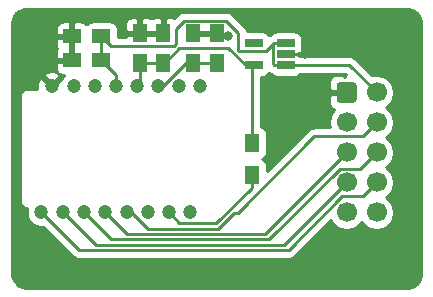
<source format=gbr>
G04 #@! TF.GenerationSoftware,KiCad,Pcbnew,(5.1.6-0-10_14)*
G04 #@! TF.CreationDate,2020-06-02T19:40:10-04:00*
G04 #@! TF.ProjectId,PMW3360_Adapter,504d5733-3336-4305-9f41-646170746572,rev?*
G04 #@! TF.SameCoordinates,Original*
G04 #@! TF.FileFunction,Copper,L1,Top*
G04 #@! TF.FilePolarity,Positive*
%FSLAX46Y46*%
G04 Gerber Fmt 4.6, Leading zero omitted, Abs format (unit mm)*
G04 Created by KiCad (PCBNEW (5.1.6-0-10_14)) date 2020-06-02 19:40:10*
%MOMM*%
%LPD*%
G01*
G04 APERTURE LIST*
G04 #@! TA.AperFunction,ComponentPad*
%ADD10C,1.700000*%
G04 #@! TD*
G04 #@! TA.AperFunction,SMDPad,CuDef*
%ADD11R,1.560000X0.650000*%
G04 #@! TD*
G04 #@! TA.AperFunction,ComponentPad*
%ADD12C,1.200000*%
G04 #@! TD*
G04 #@! TA.AperFunction,SMDPad,CuDef*
%ADD13R,1.300000X1.500000*%
G04 #@! TD*
G04 #@! TA.AperFunction,SMDPad,CuDef*
%ADD14R,1.250000X1.500000*%
G04 #@! TD*
G04 #@! TA.AperFunction,SMDPad,CuDef*
%ADD15R,1.500000X1.250000*%
G04 #@! TD*
G04 #@! TA.AperFunction,ViaPad*
%ADD16C,0.800000*%
G04 #@! TD*
G04 #@! TA.AperFunction,Conductor*
%ADD17C,0.250000*%
G04 #@! TD*
G04 #@! TA.AperFunction,Conductor*
%ADD18C,0.254000*%
G04 #@! TD*
G04 APERTURE END LIST*
D10*
X111040000Y-50910000D03*
X111040000Y-48370000D03*
X111040000Y-45830000D03*
X111040000Y-43290000D03*
X111040000Y-40750000D03*
X108500000Y-50910000D03*
X108500000Y-48370000D03*
X108500000Y-45830000D03*
X108500000Y-43290000D03*
G04 #@! TA.AperFunction,ComponentPad*
G36*
G01*
X107650000Y-41350000D02*
X107650000Y-40150000D01*
G75*
G02*
X107900000Y-39900000I250000J0D01*
G01*
X109100000Y-39900000D01*
G75*
G02*
X109350000Y-40150000I0J-250000D01*
G01*
X109350000Y-41350000D01*
G75*
G02*
X109100000Y-41600000I-250000J0D01*
G01*
X107900000Y-41600000D01*
G75*
G02*
X107650000Y-41350000I0J250000D01*
G01*
G37*
G04 #@! TD.AperFunction*
D11*
X103350000Y-38450000D03*
X103350000Y-37500000D03*
X103350000Y-36550000D03*
X100650000Y-36550000D03*
X100650000Y-38450000D03*
D12*
X93430000Y-50900000D03*
X89870000Y-50900000D03*
X88090000Y-50900000D03*
X84530000Y-50900000D03*
X86310000Y-50900000D03*
X82650000Y-50900000D03*
X95210000Y-50900000D03*
X91650000Y-50900000D03*
X96100000Y-40200000D03*
X94320000Y-40200000D03*
X92540000Y-40200000D03*
X90760000Y-40200000D03*
X88980000Y-40200000D03*
X87200000Y-40200000D03*
X85420000Y-40200000D03*
X83540000Y-40200000D03*
D13*
X100500000Y-45050000D03*
X100500000Y-47750000D03*
D14*
X95540000Y-38250000D03*
X95540000Y-35750000D03*
X97500000Y-38250000D03*
X97500000Y-35750000D03*
X93000000Y-38250000D03*
X93000000Y-35750000D03*
X91000000Y-38250000D03*
X91000000Y-35750000D03*
D15*
X87750000Y-38000000D03*
X85250000Y-38000000D03*
X87750000Y-36000000D03*
X85250000Y-36000000D03*
D16*
X98500000Y-36000000D03*
X105000000Y-37500000D03*
D17*
X88980000Y-39230000D02*
X87750000Y-38000000D01*
X88980000Y-40200000D02*
X88980000Y-39230000D01*
X87750000Y-38000000D02*
X87750000Y-36000000D01*
X102320000Y-38450000D02*
X103350000Y-38450000D01*
X102244999Y-38374999D02*
X102320000Y-38450000D01*
X102320000Y-36550000D02*
X102244999Y-36625001D01*
X102244999Y-36625001D02*
X102244999Y-38374999D01*
X103350000Y-36550000D02*
X102320000Y-36550000D01*
X108740000Y-38450000D02*
X111040000Y-40750000D01*
X103350000Y-38450000D02*
X108740000Y-38450000D01*
X88575001Y-36825001D02*
X93885002Y-36825001D01*
X94049989Y-36660013D02*
X94049989Y-35380009D01*
X93885002Y-36825001D02*
X94049989Y-36660013D01*
X101669999Y-37200001D02*
X102320000Y-36550000D01*
X99336412Y-35726410D02*
X99336412Y-37200001D01*
X87750000Y-36000000D02*
X88575001Y-36825001D01*
X99336412Y-37200001D02*
X101669999Y-37200001D01*
X94754999Y-34674999D02*
X98285001Y-34674999D01*
X98285001Y-34674999D02*
X99336412Y-35726410D01*
X94049989Y-35380009D02*
X94754999Y-34674999D01*
X98350000Y-35850000D02*
X98500000Y-36000000D01*
X97500000Y-35850000D02*
X98350000Y-35850000D01*
X103350000Y-37500000D02*
X105000000Y-37500000D01*
X93000000Y-38250000D02*
X91000000Y-38250000D01*
X91000000Y-39960000D02*
X90760000Y-40200000D01*
X91000000Y-38250000D02*
X91000000Y-39960000D01*
X100500000Y-38600000D02*
X100650000Y-38450000D01*
X100500000Y-45050000D02*
X100500000Y-38600000D01*
X100650000Y-38450000D02*
X99950000Y-38450000D01*
X99950000Y-38450000D02*
X98500000Y-37000000D01*
X93096413Y-38250000D02*
X93000000Y-38250000D01*
X94346413Y-37000000D02*
X93096413Y-38250000D01*
X94346413Y-37000000D02*
X98500000Y-37000000D01*
X94860002Y-38250000D02*
X95540000Y-38250000D01*
X92540000Y-40200000D02*
X93010002Y-40200000D01*
X95540000Y-38250000D02*
X97500000Y-38250000D01*
X94900998Y-38250000D02*
X95540000Y-38250000D01*
X92950998Y-40200000D02*
X94900998Y-38250000D01*
X92540000Y-40200000D02*
X92950998Y-40200000D01*
X97656388Y-52275010D02*
X98965699Y-50965699D01*
X91656010Y-52275011D02*
X97656388Y-52275010D01*
X90280998Y-50900000D02*
X91656010Y-52275011D01*
X89870000Y-50900000D02*
X90280998Y-50900000D01*
X105770001Y-44465001D02*
X109864999Y-44465001D01*
X109864999Y-44465001D02*
X111040000Y-43290000D01*
X99269303Y-50965699D02*
X105770001Y-44465001D01*
X98965699Y-50965699D02*
X99269303Y-50965699D01*
X109675001Y-47194999D02*
X111040000Y-45830000D01*
X107935999Y-47194999D02*
X109675001Y-47194999D01*
X101955968Y-53175030D02*
X107935999Y-47194999D01*
X88585031Y-53175030D02*
X101955968Y-53175030D01*
X86310000Y-50900000D02*
X88585031Y-53175030D01*
X101604980Y-52725020D02*
X89915020Y-52725020D01*
X89915020Y-52725020D02*
X88090000Y-50900000D01*
X108500000Y-45830000D02*
X101604980Y-52725020D01*
X87255039Y-53625039D02*
X84530000Y-50900000D01*
X103244961Y-53625039D02*
X87255039Y-53625039D01*
X108500000Y-48370000D02*
X103244961Y-53625039D01*
X109864999Y-49545001D02*
X111040000Y-48370000D01*
X103595949Y-54075049D02*
X108125997Y-49545001D01*
X85825049Y-54075049D02*
X103595949Y-54075049D01*
X108125997Y-49545001D02*
X109864999Y-49545001D01*
X82650000Y-50900000D02*
X85825049Y-54075049D01*
X97469987Y-51825001D02*
X100500000Y-48794988D01*
X100500000Y-48794988D02*
X100500000Y-47750000D01*
X94355001Y-51825001D02*
X97469987Y-51825001D01*
X93430000Y-50900000D02*
X94355001Y-51825001D01*
D18*
G36*
X113759659Y-33688625D02*
G01*
X114009429Y-33764035D01*
X114239792Y-33886522D01*
X114441980Y-34051422D01*
X114608286Y-34252450D01*
X114732378Y-34481954D01*
X114809531Y-34731195D01*
X114840000Y-35021089D01*
X114840001Y-55967711D01*
X114811375Y-56259660D01*
X114735965Y-56509429D01*
X114613477Y-56739794D01*
X114448579Y-56941979D01*
X114247546Y-57108288D01*
X114018046Y-57232378D01*
X113768805Y-57309531D01*
X113478911Y-57340000D01*
X81532279Y-57340000D01*
X81240340Y-57311375D01*
X80990571Y-57235965D01*
X80760206Y-57113477D01*
X80558021Y-56948579D01*
X80391712Y-56747546D01*
X80267622Y-56518046D01*
X80190469Y-56268805D01*
X80160000Y-55978911D01*
X80160000Y-41100000D01*
X80836807Y-41100000D01*
X80840001Y-41132429D01*
X80840000Y-49867581D01*
X80836807Y-49900000D01*
X80849550Y-50029383D01*
X80887290Y-50153793D01*
X80948575Y-50268450D01*
X80999683Y-50330725D01*
X81031052Y-50368948D01*
X81131550Y-50451425D01*
X81246207Y-50512710D01*
X81370617Y-50550450D01*
X81458611Y-50559117D01*
X81415000Y-50778363D01*
X81415000Y-51021637D01*
X81462460Y-51260236D01*
X81555557Y-51484992D01*
X81690713Y-51687267D01*
X81862733Y-51859287D01*
X82065008Y-51994443D01*
X82289764Y-52087540D01*
X82528363Y-52135000D01*
X82771637Y-52135000D01*
X82803801Y-52128602D01*
X85261250Y-54586052D01*
X85285048Y-54615050D01*
X85400773Y-54710023D01*
X85532802Y-54780595D01*
X85676063Y-54824052D01*
X85787716Y-54835049D01*
X85787725Y-54835049D01*
X85825048Y-54838725D01*
X85862371Y-54835049D01*
X103558627Y-54835049D01*
X103595949Y-54838725D01*
X103633271Y-54835049D01*
X103633282Y-54835049D01*
X103744935Y-54824052D01*
X103888196Y-54780595D01*
X104020225Y-54710023D01*
X104135950Y-54615050D01*
X104159753Y-54586046D01*
X107168891Y-51576909D01*
X107184010Y-51613411D01*
X107346525Y-51856632D01*
X107553368Y-52063475D01*
X107796589Y-52225990D01*
X108066842Y-52337932D01*
X108353740Y-52395000D01*
X108646260Y-52395000D01*
X108933158Y-52337932D01*
X109203411Y-52225990D01*
X109446632Y-52063475D01*
X109653475Y-51856632D01*
X109770000Y-51682240D01*
X109886525Y-51856632D01*
X110093368Y-52063475D01*
X110336589Y-52225990D01*
X110606842Y-52337932D01*
X110893740Y-52395000D01*
X111186260Y-52395000D01*
X111473158Y-52337932D01*
X111743411Y-52225990D01*
X111986632Y-52063475D01*
X112193475Y-51856632D01*
X112355990Y-51613411D01*
X112467932Y-51343158D01*
X112525000Y-51056260D01*
X112525000Y-50763740D01*
X112467932Y-50476842D01*
X112355990Y-50206589D01*
X112193475Y-49963368D01*
X111986632Y-49756525D01*
X111812240Y-49640000D01*
X111986632Y-49523475D01*
X112193475Y-49316632D01*
X112355990Y-49073411D01*
X112467932Y-48803158D01*
X112525000Y-48516260D01*
X112525000Y-48223740D01*
X112467932Y-47936842D01*
X112355990Y-47666589D01*
X112193475Y-47423368D01*
X111986632Y-47216525D01*
X111812240Y-47100000D01*
X111986632Y-46983475D01*
X112193475Y-46776632D01*
X112355990Y-46533411D01*
X112467932Y-46263158D01*
X112525000Y-45976260D01*
X112525000Y-45683740D01*
X112467932Y-45396842D01*
X112355990Y-45126589D01*
X112193475Y-44883368D01*
X111986632Y-44676525D01*
X111812240Y-44560000D01*
X111986632Y-44443475D01*
X112193475Y-44236632D01*
X112355990Y-43993411D01*
X112467932Y-43723158D01*
X112525000Y-43436260D01*
X112525000Y-43143740D01*
X112467932Y-42856842D01*
X112355990Y-42586589D01*
X112193475Y-42343368D01*
X111986632Y-42136525D01*
X111812240Y-42020000D01*
X111986632Y-41903475D01*
X112193475Y-41696632D01*
X112355990Y-41453411D01*
X112467932Y-41183158D01*
X112525000Y-40896260D01*
X112525000Y-40603740D01*
X112467932Y-40316842D01*
X112355990Y-40046589D01*
X112193475Y-39803368D01*
X111986632Y-39596525D01*
X111743411Y-39434010D01*
X111473158Y-39322068D01*
X111186260Y-39265000D01*
X110893740Y-39265000D01*
X110673592Y-39308790D01*
X109303804Y-37939003D01*
X109280001Y-37909999D01*
X109164276Y-37815026D01*
X109032247Y-37744454D01*
X108888986Y-37700997D01*
X108777333Y-37690000D01*
X108777322Y-37690000D01*
X108740000Y-37686324D01*
X108702678Y-37690000D01*
X104669250Y-37690000D01*
X104606250Y-37627000D01*
X104524141Y-37627000D01*
X104484494Y-37594463D01*
X104374180Y-37535498D01*
X104257159Y-37500000D01*
X104374180Y-37464502D01*
X104484494Y-37405537D01*
X104524141Y-37373000D01*
X104606250Y-37373000D01*
X104765000Y-37214250D01*
X104768072Y-37175000D01*
X104755812Y-37050518D01*
X104748071Y-37025000D01*
X104755812Y-36999482D01*
X104768072Y-36875000D01*
X104768072Y-36225000D01*
X104755812Y-36100518D01*
X104719502Y-35980820D01*
X104660537Y-35870506D01*
X104581185Y-35773815D01*
X104484494Y-35694463D01*
X104374180Y-35635498D01*
X104254482Y-35599188D01*
X104130000Y-35586928D01*
X102570000Y-35586928D01*
X102445518Y-35599188D01*
X102325820Y-35635498D01*
X102215506Y-35694463D01*
X102118815Y-35773815D01*
X102071811Y-35831089D01*
X102027753Y-35844454D01*
X101964643Y-35878188D01*
X101960537Y-35870506D01*
X101881185Y-35773815D01*
X101784494Y-35694463D01*
X101674180Y-35635498D01*
X101554482Y-35599188D01*
X101430000Y-35586928D01*
X100086351Y-35586928D01*
X100085415Y-35577424D01*
X100041958Y-35434163D01*
X99971386Y-35302134D01*
X99876413Y-35186409D01*
X99847416Y-35162612D01*
X98848805Y-34164001D01*
X98825002Y-34134998D01*
X98709277Y-34040025D01*
X98577248Y-33969453D01*
X98433987Y-33925996D01*
X98322334Y-33914999D01*
X98322323Y-33914999D01*
X98285001Y-33911323D01*
X98247679Y-33914999D01*
X94792324Y-33914999D01*
X94754999Y-33911323D01*
X94717674Y-33914999D01*
X94717666Y-33914999D01*
X94606013Y-33925996D01*
X94462752Y-33969453D01*
X94330723Y-34040025D01*
X94214998Y-34134998D01*
X94191200Y-34163997D01*
X93918393Y-34436803D01*
X93869180Y-34410498D01*
X93749482Y-34374188D01*
X93625000Y-34361928D01*
X93285750Y-34365000D01*
X93127000Y-34523750D01*
X93127000Y-35623000D01*
X93147000Y-35623000D01*
X93147000Y-35877000D01*
X93127000Y-35877000D01*
X93127000Y-35897000D01*
X92873000Y-35897000D01*
X92873000Y-35877000D01*
X91127000Y-35877000D01*
X91127000Y-35897000D01*
X90873000Y-35897000D01*
X90873000Y-35877000D01*
X89898750Y-35877000D01*
X89740000Y-36035750D01*
X89739806Y-36065001D01*
X89138072Y-36065001D01*
X89138072Y-35375000D01*
X89125812Y-35250518D01*
X89089502Y-35130820D01*
X89030537Y-35020506D01*
X89013709Y-35000000D01*
X89736928Y-35000000D01*
X89740000Y-35464250D01*
X89898750Y-35623000D01*
X90873000Y-35623000D01*
X90873000Y-34523750D01*
X91127000Y-34523750D01*
X91127000Y-35623000D01*
X92873000Y-35623000D01*
X92873000Y-34523750D01*
X92714250Y-34365000D01*
X92375000Y-34361928D01*
X92250518Y-34374188D01*
X92130820Y-34410498D01*
X92020506Y-34469463D01*
X92000000Y-34486292D01*
X91979494Y-34469463D01*
X91869180Y-34410498D01*
X91749482Y-34374188D01*
X91625000Y-34361928D01*
X91285750Y-34365000D01*
X91127000Y-34523750D01*
X90873000Y-34523750D01*
X90714250Y-34365000D01*
X90375000Y-34361928D01*
X90250518Y-34374188D01*
X90130820Y-34410498D01*
X90020506Y-34469463D01*
X89923815Y-34548815D01*
X89844463Y-34645506D01*
X89785498Y-34755820D01*
X89749188Y-34875518D01*
X89736928Y-35000000D01*
X89013709Y-35000000D01*
X88951185Y-34923815D01*
X88854494Y-34844463D01*
X88744180Y-34785498D01*
X88624482Y-34749188D01*
X88500000Y-34736928D01*
X87000000Y-34736928D01*
X86875518Y-34749188D01*
X86755820Y-34785498D01*
X86645506Y-34844463D01*
X86548815Y-34923815D01*
X86500000Y-34983296D01*
X86451185Y-34923815D01*
X86354494Y-34844463D01*
X86244180Y-34785498D01*
X86124482Y-34749188D01*
X86000000Y-34736928D01*
X85535750Y-34740000D01*
X85377000Y-34898750D01*
X85377000Y-35873000D01*
X85397000Y-35873000D01*
X85397000Y-36127000D01*
X85377000Y-36127000D01*
X85377000Y-37873000D01*
X85397000Y-37873000D01*
X85397000Y-38127000D01*
X85377000Y-38127000D01*
X85377000Y-38147000D01*
X85123000Y-38147000D01*
X85123000Y-38127000D01*
X84023750Y-38127000D01*
X83865000Y-38285750D01*
X83861928Y-38625000D01*
X83874188Y-38749482D01*
X83910498Y-38869180D01*
X83969463Y-38979494D01*
X84046841Y-39073780D01*
X83941484Y-39025763D01*
X83704687Y-38970000D01*
X83461562Y-38961505D01*
X83221451Y-39000605D01*
X82993582Y-39085798D01*
X82917148Y-39126652D01*
X82869841Y-39350236D01*
X83540000Y-40020395D01*
X84210159Y-39350236D01*
X84171955Y-39169674D01*
X84255820Y-39214502D01*
X84375518Y-39250812D01*
X84500000Y-39263072D01*
X84611109Y-39262337D01*
X84460713Y-39412733D01*
X84367764Y-39551841D01*
X83719605Y-40200000D01*
X83733748Y-40214143D01*
X83554143Y-40393748D01*
X83540000Y-40379605D01*
X83525858Y-40393748D01*
X83346253Y-40214143D01*
X83360395Y-40200000D01*
X82690236Y-39529841D01*
X82466652Y-39577148D01*
X82365763Y-39798516D01*
X82310000Y-40035313D01*
X82301505Y-40278438D01*
X82327814Y-40440000D01*
X81532419Y-40440000D01*
X81500000Y-40436807D01*
X81467581Y-40440000D01*
X81370617Y-40449550D01*
X81246207Y-40487290D01*
X81131550Y-40548575D01*
X81031052Y-40631052D01*
X80948575Y-40731550D01*
X80887290Y-40846207D01*
X80849550Y-40970617D01*
X80836807Y-41100000D01*
X80160000Y-41100000D01*
X80160000Y-36625000D01*
X83861928Y-36625000D01*
X83874188Y-36749482D01*
X83910498Y-36869180D01*
X83969463Y-36979494D01*
X83986292Y-37000000D01*
X83969463Y-37020506D01*
X83910498Y-37130820D01*
X83874188Y-37250518D01*
X83861928Y-37375000D01*
X83865000Y-37714250D01*
X84023750Y-37873000D01*
X85123000Y-37873000D01*
X85123000Y-36127000D01*
X84023750Y-36127000D01*
X83865000Y-36285750D01*
X83861928Y-36625000D01*
X80160000Y-36625000D01*
X80160000Y-35375000D01*
X83861928Y-35375000D01*
X83865000Y-35714250D01*
X84023750Y-35873000D01*
X85123000Y-35873000D01*
X85123000Y-34898750D01*
X84964250Y-34740000D01*
X84500000Y-34736928D01*
X84375518Y-34749188D01*
X84255820Y-34785498D01*
X84145506Y-34844463D01*
X84048815Y-34923815D01*
X83969463Y-35020506D01*
X83910498Y-35130820D01*
X83874188Y-35250518D01*
X83861928Y-35375000D01*
X80160000Y-35375000D01*
X80160000Y-35032279D01*
X80188625Y-34740341D01*
X80264035Y-34490571D01*
X80386522Y-34260208D01*
X80551422Y-34058020D01*
X80752450Y-33891714D01*
X80981954Y-33767622D01*
X81231195Y-33690469D01*
X81521088Y-33660000D01*
X113467721Y-33660000D01*
X113759659Y-33688625D01*
G37*
X113759659Y-33688625D02*
X114009429Y-33764035D01*
X114239792Y-33886522D01*
X114441980Y-34051422D01*
X114608286Y-34252450D01*
X114732378Y-34481954D01*
X114809531Y-34731195D01*
X114840000Y-35021089D01*
X114840001Y-55967711D01*
X114811375Y-56259660D01*
X114735965Y-56509429D01*
X114613477Y-56739794D01*
X114448579Y-56941979D01*
X114247546Y-57108288D01*
X114018046Y-57232378D01*
X113768805Y-57309531D01*
X113478911Y-57340000D01*
X81532279Y-57340000D01*
X81240340Y-57311375D01*
X80990571Y-57235965D01*
X80760206Y-57113477D01*
X80558021Y-56948579D01*
X80391712Y-56747546D01*
X80267622Y-56518046D01*
X80190469Y-56268805D01*
X80160000Y-55978911D01*
X80160000Y-41100000D01*
X80836807Y-41100000D01*
X80840001Y-41132429D01*
X80840000Y-49867581D01*
X80836807Y-49900000D01*
X80849550Y-50029383D01*
X80887290Y-50153793D01*
X80948575Y-50268450D01*
X80999683Y-50330725D01*
X81031052Y-50368948D01*
X81131550Y-50451425D01*
X81246207Y-50512710D01*
X81370617Y-50550450D01*
X81458611Y-50559117D01*
X81415000Y-50778363D01*
X81415000Y-51021637D01*
X81462460Y-51260236D01*
X81555557Y-51484992D01*
X81690713Y-51687267D01*
X81862733Y-51859287D01*
X82065008Y-51994443D01*
X82289764Y-52087540D01*
X82528363Y-52135000D01*
X82771637Y-52135000D01*
X82803801Y-52128602D01*
X85261250Y-54586052D01*
X85285048Y-54615050D01*
X85400773Y-54710023D01*
X85532802Y-54780595D01*
X85676063Y-54824052D01*
X85787716Y-54835049D01*
X85787725Y-54835049D01*
X85825048Y-54838725D01*
X85862371Y-54835049D01*
X103558627Y-54835049D01*
X103595949Y-54838725D01*
X103633271Y-54835049D01*
X103633282Y-54835049D01*
X103744935Y-54824052D01*
X103888196Y-54780595D01*
X104020225Y-54710023D01*
X104135950Y-54615050D01*
X104159753Y-54586046D01*
X107168891Y-51576909D01*
X107184010Y-51613411D01*
X107346525Y-51856632D01*
X107553368Y-52063475D01*
X107796589Y-52225990D01*
X108066842Y-52337932D01*
X108353740Y-52395000D01*
X108646260Y-52395000D01*
X108933158Y-52337932D01*
X109203411Y-52225990D01*
X109446632Y-52063475D01*
X109653475Y-51856632D01*
X109770000Y-51682240D01*
X109886525Y-51856632D01*
X110093368Y-52063475D01*
X110336589Y-52225990D01*
X110606842Y-52337932D01*
X110893740Y-52395000D01*
X111186260Y-52395000D01*
X111473158Y-52337932D01*
X111743411Y-52225990D01*
X111986632Y-52063475D01*
X112193475Y-51856632D01*
X112355990Y-51613411D01*
X112467932Y-51343158D01*
X112525000Y-51056260D01*
X112525000Y-50763740D01*
X112467932Y-50476842D01*
X112355990Y-50206589D01*
X112193475Y-49963368D01*
X111986632Y-49756525D01*
X111812240Y-49640000D01*
X111986632Y-49523475D01*
X112193475Y-49316632D01*
X112355990Y-49073411D01*
X112467932Y-48803158D01*
X112525000Y-48516260D01*
X112525000Y-48223740D01*
X112467932Y-47936842D01*
X112355990Y-47666589D01*
X112193475Y-47423368D01*
X111986632Y-47216525D01*
X111812240Y-47100000D01*
X111986632Y-46983475D01*
X112193475Y-46776632D01*
X112355990Y-46533411D01*
X112467932Y-46263158D01*
X112525000Y-45976260D01*
X112525000Y-45683740D01*
X112467932Y-45396842D01*
X112355990Y-45126589D01*
X112193475Y-44883368D01*
X111986632Y-44676525D01*
X111812240Y-44560000D01*
X111986632Y-44443475D01*
X112193475Y-44236632D01*
X112355990Y-43993411D01*
X112467932Y-43723158D01*
X112525000Y-43436260D01*
X112525000Y-43143740D01*
X112467932Y-42856842D01*
X112355990Y-42586589D01*
X112193475Y-42343368D01*
X111986632Y-42136525D01*
X111812240Y-42020000D01*
X111986632Y-41903475D01*
X112193475Y-41696632D01*
X112355990Y-41453411D01*
X112467932Y-41183158D01*
X112525000Y-40896260D01*
X112525000Y-40603740D01*
X112467932Y-40316842D01*
X112355990Y-40046589D01*
X112193475Y-39803368D01*
X111986632Y-39596525D01*
X111743411Y-39434010D01*
X111473158Y-39322068D01*
X111186260Y-39265000D01*
X110893740Y-39265000D01*
X110673592Y-39308790D01*
X109303804Y-37939003D01*
X109280001Y-37909999D01*
X109164276Y-37815026D01*
X109032247Y-37744454D01*
X108888986Y-37700997D01*
X108777333Y-37690000D01*
X108777322Y-37690000D01*
X108740000Y-37686324D01*
X108702678Y-37690000D01*
X104669250Y-37690000D01*
X104606250Y-37627000D01*
X104524141Y-37627000D01*
X104484494Y-37594463D01*
X104374180Y-37535498D01*
X104257159Y-37500000D01*
X104374180Y-37464502D01*
X104484494Y-37405537D01*
X104524141Y-37373000D01*
X104606250Y-37373000D01*
X104765000Y-37214250D01*
X104768072Y-37175000D01*
X104755812Y-37050518D01*
X104748071Y-37025000D01*
X104755812Y-36999482D01*
X104768072Y-36875000D01*
X104768072Y-36225000D01*
X104755812Y-36100518D01*
X104719502Y-35980820D01*
X104660537Y-35870506D01*
X104581185Y-35773815D01*
X104484494Y-35694463D01*
X104374180Y-35635498D01*
X104254482Y-35599188D01*
X104130000Y-35586928D01*
X102570000Y-35586928D01*
X102445518Y-35599188D01*
X102325820Y-35635498D01*
X102215506Y-35694463D01*
X102118815Y-35773815D01*
X102071811Y-35831089D01*
X102027753Y-35844454D01*
X101964643Y-35878188D01*
X101960537Y-35870506D01*
X101881185Y-35773815D01*
X101784494Y-35694463D01*
X101674180Y-35635498D01*
X101554482Y-35599188D01*
X101430000Y-35586928D01*
X100086351Y-35586928D01*
X100085415Y-35577424D01*
X100041958Y-35434163D01*
X99971386Y-35302134D01*
X99876413Y-35186409D01*
X99847416Y-35162612D01*
X98848805Y-34164001D01*
X98825002Y-34134998D01*
X98709277Y-34040025D01*
X98577248Y-33969453D01*
X98433987Y-33925996D01*
X98322334Y-33914999D01*
X98322323Y-33914999D01*
X98285001Y-33911323D01*
X98247679Y-33914999D01*
X94792324Y-33914999D01*
X94754999Y-33911323D01*
X94717674Y-33914999D01*
X94717666Y-33914999D01*
X94606013Y-33925996D01*
X94462752Y-33969453D01*
X94330723Y-34040025D01*
X94214998Y-34134998D01*
X94191200Y-34163997D01*
X93918393Y-34436803D01*
X93869180Y-34410498D01*
X93749482Y-34374188D01*
X93625000Y-34361928D01*
X93285750Y-34365000D01*
X93127000Y-34523750D01*
X93127000Y-35623000D01*
X93147000Y-35623000D01*
X93147000Y-35877000D01*
X93127000Y-35877000D01*
X93127000Y-35897000D01*
X92873000Y-35897000D01*
X92873000Y-35877000D01*
X91127000Y-35877000D01*
X91127000Y-35897000D01*
X90873000Y-35897000D01*
X90873000Y-35877000D01*
X89898750Y-35877000D01*
X89740000Y-36035750D01*
X89739806Y-36065001D01*
X89138072Y-36065001D01*
X89138072Y-35375000D01*
X89125812Y-35250518D01*
X89089502Y-35130820D01*
X89030537Y-35020506D01*
X89013709Y-35000000D01*
X89736928Y-35000000D01*
X89740000Y-35464250D01*
X89898750Y-35623000D01*
X90873000Y-35623000D01*
X90873000Y-34523750D01*
X91127000Y-34523750D01*
X91127000Y-35623000D01*
X92873000Y-35623000D01*
X92873000Y-34523750D01*
X92714250Y-34365000D01*
X92375000Y-34361928D01*
X92250518Y-34374188D01*
X92130820Y-34410498D01*
X92020506Y-34469463D01*
X92000000Y-34486292D01*
X91979494Y-34469463D01*
X91869180Y-34410498D01*
X91749482Y-34374188D01*
X91625000Y-34361928D01*
X91285750Y-34365000D01*
X91127000Y-34523750D01*
X90873000Y-34523750D01*
X90714250Y-34365000D01*
X90375000Y-34361928D01*
X90250518Y-34374188D01*
X90130820Y-34410498D01*
X90020506Y-34469463D01*
X89923815Y-34548815D01*
X89844463Y-34645506D01*
X89785498Y-34755820D01*
X89749188Y-34875518D01*
X89736928Y-35000000D01*
X89013709Y-35000000D01*
X88951185Y-34923815D01*
X88854494Y-34844463D01*
X88744180Y-34785498D01*
X88624482Y-34749188D01*
X88500000Y-34736928D01*
X87000000Y-34736928D01*
X86875518Y-34749188D01*
X86755820Y-34785498D01*
X86645506Y-34844463D01*
X86548815Y-34923815D01*
X86500000Y-34983296D01*
X86451185Y-34923815D01*
X86354494Y-34844463D01*
X86244180Y-34785498D01*
X86124482Y-34749188D01*
X86000000Y-34736928D01*
X85535750Y-34740000D01*
X85377000Y-34898750D01*
X85377000Y-35873000D01*
X85397000Y-35873000D01*
X85397000Y-36127000D01*
X85377000Y-36127000D01*
X85377000Y-37873000D01*
X85397000Y-37873000D01*
X85397000Y-38127000D01*
X85377000Y-38127000D01*
X85377000Y-38147000D01*
X85123000Y-38147000D01*
X85123000Y-38127000D01*
X84023750Y-38127000D01*
X83865000Y-38285750D01*
X83861928Y-38625000D01*
X83874188Y-38749482D01*
X83910498Y-38869180D01*
X83969463Y-38979494D01*
X84046841Y-39073780D01*
X83941484Y-39025763D01*
X83704687Y-38970000D01*
X83461562Y-38961505D01*
X83221451Y-39000605D01*
X82993582Y-39085798D01*
X82917148Y-39126652D01*
X82869841Y-39350236D01*
X83540000Y-40020395D01*
X84210159Y-39350236D01*
X84171955Y-39169674D01*
X84255820Y-39214502D01*
X84375518Y-39250812D01*
X84500000Y-39263072D01*
X84611109Y-39262337D01*
X84460713Y-39412733D01*
X84367764Y-39551841D01*
X83719605Y-40200000D01*
X83733748Y-40214143D01*
X83554143Y-40393748D01*
X83540000Y-40379605D01*
X83525858Y-40393748D01*
X83346253Y-40214143D01*
X83360395Y-40200000D01*
X82690236Y-39529841D01*
X82466652Y-39577148D01*
X82365763Y-39798516D01*
X82310000Y-40035313D01*
X82301505Y-40278438D01*
X82327814Y-40440000D01*
X81532419Y-40440000D01*
X81500000Y-40436807D01*
X81467581Y-40440000D01*
X81370617Y-40449550D01*
X81246207Y-40487290D01*
X81131550Y-40548575D01*
X81031052Y-40631052D01*
X80948575Y-40731550D01*
X80887290Y-40846207D01*
X80849550Y-40970617D01*
X80836807Y-41100000D01*
X80160000Y-41100000D01*
X80160000Y-36625000D01*
X83861928Y-36625000D01*
X83874188Y-36749482D01*
X83910498Y-36869180D01*
X83969463Y-36979494D01*
X83986292Y-37000000D01*
X83969463Y-37020506D01*
X83910498Y-37130820D01*
X83874188Y-37250518D01*
X83861928Y-37375000D01*
X83865000Y-37714250D01*
X84023750Y-37873000D01*
X85123000Y-37873000D01*
X85123000Y-36127000D01*
X84023750Y-36127000D01*
X83865000Y-36285750D01*
X83861928Y-36625000D01*
X80160000Y-36625000D01*
X80160000Y-35375000D01*
X83861928Y-35375000D01*
X83865000Y-35714250D01*
X84023750Y-35873000D01*
X85123000Y-35873000D01*
X85123000Y-34898750D01*
X84964250Y-34740000D01*
X84500000Y-34736928D01*
X84375518Y-34749188D01*
X84255820Y-34785498D01*
X84145506Y-34844463D01*
X84048815Y-34923815D01*
X83969463Y-35020506D01*
X83910498Y-35130820D01*
X83874188Y-35250518D01*
X83861928Y-35375000D01*
X80160000Y-35375000D01*
X80160000Y-35032279D01*
X80188625Y-34740341D01*
X80264035Y-34490571D01*
X80386522Y-34260208D01*
X80551422Y-34058020D01*
X80752450Y-33891714D01*
X80981954Y-33767622D01*
X81231195Y-33690469D01*
X81521088Y-33660000D01*
X113467721Y-33660000D01*
X113759659Y-33688625D01*
G36*
X102027753Y-39155546D02*
G01*
X102071811Y-39168911D01*
X102118815Y-39226185D01*
X102215506Y-39305537D01*
X102325820Y-39364502D01*
X102445518Y-39400812D01*
X102570000Y-39413072D01*
X104130000Y-39413072D01*
X104254482Y-39400812D01*
X104374180Y-39364502D01*
X104484494Y-39305537D01*
X104581185Y-39226185D01*
X104594468Y-39210000D01*
X108425199Y-39210000D01*
X108480199Y-39265000D01*
X108372998Y-39265000D01*
X108372998Y-39423748D01*
X108214250Y-39265000D01*
X107650000Y-39261928D01*
X107525518Y-39274188D01*
X107405820Y-39310498D01*
X107295506Y-39369463D01*
X107198815Y-39448815D01*
X107119463Y-39545506D01*
X107060498Y-39655820D01*
X107024188Y-39775518D01*
X107011928Y-39900000D01*
X107015000Y-40464250D01*
X107173750Y-40623000D01*
X108373000Y-40623000D01*
X108373000Y-40603000D01*
X108627000Y-40603000D01*
X108627000Y-40623000D01*
X108647000Y-40623000D01*
X108647000Y-40877000D01*
X108627000Y-40877000D01*
X108627000Y-40897000D01*
X108373000Y-40897000D01*
X108373000Y-40877000D01*
X107173750Y-40877000D01*
X107015000Y-41035750D01*
X107011928Y-41600000D01*
X107024188Y-41724482D01*
X107060498Y-41844180D01*
X107119463Y-41954494D01*
X107198815Y-42051185D01*
X107295506Y-42130537D01*
X107405820Y-42189502D01*
X107478380Y-42211513D01*
X107346525Y-42343368D01*
X107184010Y-42586589D01*
X107072068Y-42856842D01*
X107015000Y-43143740D01*
X107015000Y-43436260D01*
X107068456Y-43705001D01*
X105807323Y-43705001D01*
X105770000Y-43701325D01*
X105732677Y-43705001D01*
X105732668Y-43705001D01*
X105621015Y-43715998D01*
X105477754Y-43759455D01*
X105345725Y-43830027D01*
X105230000Y-43925000D01*
X105206202Y-43953998D01*
X101788072Y-47372129D01*
X101788072Y-47000000D01*
X101775812Y-46875518D01*
X101739502Y-46755820D01*
X101680537Y-46645506D01*
X101601185Y-46548815D01*
X101504494Y-46469463D01*
X101394180Y-46410498D01*
X101359573Y-46400000D01*
X101394180Y-46389502D01*
X101504494Y-46330537D01*
X101601185Y-46251185D01*
X101680537Y-46154494D01*
X101739502Y-46044180D01*
X101775812Y-45924482D01*
X101788072Y-45800000D01*
X101788072Y-44300000D01*
X101775812Y-44175518D01*
X101739502Y-44055820D01*
X101680537Y-43945506D01*
X101601185Y-43848815D01*
X101504494Y-43769463D01*
X101394180Y-43710498D01*
X101274482Y-43674188D01*
X101260000Y-43672762D01*
X101260000Y-39413072D01*
X101430000Y-39413072D01*
X101554482Y-39400812D01*
X101674180Y-39364502D01*
X101784494Y-39305537D01*
X101881185Y-39226185D01*
X101960537Y-39129494D01*
X101964643Y-39121812D01*
X102027753Y-39155546D01*
G37*
X102027753Y-39155546D02*
X102071811Y-39168911D01*
X102118815Y-39226185D01*
X102215506Y-39305537D01*
X102325820Y-39364502D01*
X102445518Y-39400812D01*
X102570000Y-39413072D01*
X104130000Y-39413072D01*
X104254482Y-39400812D01*
X104374180Y-39364502D01*
X104484494Y-39305537D01*
X104581185Y-39226185D01*
X104594468Y-39210000D01*
X108425199Y-39210000D01*
X108480199Y-39265000D01*
X108372998Y-39265000D01*
X108372998Y-39423748D01*
X108214250Y-39265000D01*
X107650000Y-39261928D01*
X107525518Y-39274188D01*
X107405820Y-39310498D01*
X107295506Y-39369463D01*
X107198815Y-39448815D01*
X107119463Y-39545506D01*
X107060498Y-39655820D01*
X107024188Y-39775518D01*
X107011928Y-39900000D01*
X107015000Y-40464250D01*
X107173750Y-40623000D01*
X108373000Y-40623000D01*
X108373000Y-40603000D01*
X108627000Y-40603000D01*
X108627000Y-40623000D01*
X108647000Y-40623000D01*
X108647000Y-40877000D01*
X108627000Y-40877000D01*
X108627000Y-40897000D01*
X108373000Y-40897000D01*
X108373000Y-40877000D01*
X107173750Y-40877000D01*
X107015000Y-41035750D01*
X107011928Y-41600000D01*
X107024188Y-41724482D01*
X107060498Y-41844180D01*
X107119463Y-41954494D01*
X107198815Y-42051185D01*
X107295506Y-42130537D01*
X107405820Y-42189502D01*
X107478380Y-42211513D01*
X107346525Y-42343368D01*
X107184010Y-42586589D01*
X107072068Y-42856842D01*
X107015000Y-43143740D01*
X107015000Y-43436260D01*
X107068456Y-43705001D01*
X105807323Y-43705001D01*
X105770000Y-43701325D01*
X105732677Y-43705001D01*
X105732668Y-43705001D01*
X105621015Y-43715998D01*
X105477754Y-43759455D01*
X105345725Y-43830027D01*
X105230000Y-43925000D01*
X105206202Y-43953998D01*
X101788072Y-47372129D01*
X101788072Y-47000000D01*
X101775812Y-46875518D01*
X101739502Y-46755820D01*
X101680537Y-46645506D01*
X101601185Y-46548815D01*
X101504494Y-46469463D01*
X101394180Y-46410498D01*
X101359573Y-46400000D01*
X101394180Y-46389502D01*
X101504494Y-46330537D01*
X101601185Y-46251185D01*
X101680537Y-46154494D01*
X101739502Y-46044180D01*
X101775812Y-45924482D01*
X101788072Y-45800000D01*
X101788072Y-44300000D01*
X101775812Y-44175518D01*
X101739502Y-44055820D01*
X101680537Y-43945506D01*
X101601185Y-43848815D01*
X101504494Y-43769463D01*
X101394180Y-43710498D01*
X101274482Y-43674188D01*
X101260000Y-43672762D01*
X101260000Y-39413072D01*
X101430000Y-39413072D01*
X101554482Y-39400812D01*
X101674180Y-39364502D01*
X101784494Y-39305537D01*
X101881185Y-39226185D01*
X101960537Y-39129494D01*
X101964643Y-39121812D01*
X102027753Y-39155546D01*
G36*
X95667000Y-35623000D02*
G01*
X97373000Y-35623000D01*
X97373000Y-35603000D01*
X97627000Y-35603000D01*
X97627000Y-35623000D01*
X97647000Y-35623000D01*
X97647000Y-35877000D01*
X97627000Y-35877000D01*
X97627000Y-35897000D01*
X97373000Y-35897000D01*
X97373000Y-35877000D01*
X95667000Y-35877000D01*
X95667000Y-35897000D01*
X95413000Y-35897000D01*
X95413000Y-35877000D01*
X95393000Y-35877000D01*
X95393000Y-35623000D01*
X95413000Y-35623000D01*
X95413000Y-35603000D01*
X95667000Y-35603000D01*
X95667000Y-35623000D01*
G37*
X95667000Y-35623000D02*
X97373000Y-35623000D01*
X97373000Y-35603000D01*
X97627000Y-35603000D01*
X97627000Y-35623000D01*
X97647000Y-35623000D01*
X97647000Y-35877000D01*
X97627000Y-35877000D01*
X97627000Y-35897000D01*
X97373000Y-35897000D01*
X97373000Y-35877000D01*
X95667000Y-35877000D01*
X95667000Y-35897000D01*
X95413000Y-35897000D01*
X95413000Y-35877000D01*
X95393000Y-35877000D01*
X95393000Y-35623000D01*
X95413000Y-35623000D01*
X95413000Y-35603000D01*
X95667000Y-35603000D01*
X95667000Y-35623000D01*
M02*

</source>
